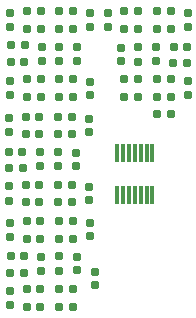
<source format=gbr>
%TF.GenerationSoftware,KiCad,Pcbnew,(7.0.0)*%
%TF.CreationDate,2023-05-27T11:25:38+01:00*%
%TF.ProjectId,FB_Filter_PCB,46425f46-696c-4746-9572-5f5043422e6b,rev?*%
%TF.SameCoordinates,Original*%
%TF.FileFunction,Soldermask,Bot*%
%TF.FilePolarity,Negative*%
%FSLAX46Y46*%
G04 Gerber Fmt 4.6, Leading zero omitted, Abs format (unit mm)*
G04 Created by KiCad (PCBNEW (7.0.0)) date 2023-05-27 11:25:38*
%MOMM*%
%LPD*%
G01*
G04 APERTURE LIST*
G04 Aperture macros list*
%AMRoundRect*
0 Rectangle with rounded corners*
0 $1 Rounding radius*
0 $2 $3 $4 $5 $6 $7 $8 $9 X,Y pos of 4 corners*
0 Add a 4 corners polygon primitive as box body*
4,1,4,$2,$3,$4,$5,$6,$7,$8,$9,$2,$3,0*
0 Add four circle primitives for the rounded corners*
1,1,$1+$1,$2,$3*
1,1,$1+$1,$4,$5*
1,1,$1+$1,$6,$7*
1,1,$1+$1,$8,$9*
0 Add four rect primitives between the rounded corners*
20,1,$1+$1,$2,$3,$4,$5,0*
20,1,$1+$1,$4,$5,$6,$7,0*
20,1,$1+$1,$6,$7,$8,$9,0*
20,1,$1+$1,$8,$9,$2,$3,0*%
G04 Aperture macros list end*
%ADD10RoundRect,0.160000X-0.197500X-0.160000X0.197500X-0.160000X0.197500X0.160000X-0.197500X0.160000X0*%
%ADD11RoundRect,0.160000X-0.160000X0.197500X-0.160000X-0.197500X0.160000X-0.197500X0.160000X0.197500X0*%
%ADD12RoundRect,0.155000X0.212500X0.155000X-0.212500X0.155000X-0.212500X-0.155000X0.212500X-0.155000X0*%
%ADD13RoundRect,0.155000X-0.212500X-0.155000X0.212500X-0.155000X0.212500X0.155000X-0.212500X0.155000X0*%
%ADD14RoundRect,0.160000X0.197500X0.160000X-0.197500X0.160000X-0.197500X-0.160000X0.197500X-0.160000X0*%
%ADD15RoundRect,0.160000X0.160000X-0.197500X0.160000X0.197500X-0.160000X0.197500X-0.160000X-0.197500X0*%
%ADD16RoundRect,0.155000X0.155000X-0.212500X0.155000X0.212500X-0.155000X0.212500X-0.155000X-0.212500X0*%
%ADD17RoundRect,0.155000X-0.155000X0.212500X-0.155000X-0.212500X0.155000X-0.212500X0.155000X0.212500X0*%
%ADD18R,0.300000X1.600000*%
G04 APERTURE END LIST*
D10*
%TO.C,R25*%
X93867500Y-67995000D03*
X95062500Y-67995000D03*
%TD*%
D11*
%TO.C,R39*%
X84215000Y-66647500D03*
X84215000Y-67842500D03*
%TD*%
D12*
%TO.C,C9*%
X86750000Y-84230000D03*
X85615000Y-84230000D03*
%TD*%
%TO.C,C32*%
X97782500Y-73762500D03*
X96647500Y-73762500D03*
%TD*%
D11*
%TO.C,R16*%
X88332500Y-87250000D03*
X88332500Y-88445000D03*
%TD*%
D13*
%TO.C,C11*%
X85615000Y-85730000D03*
X86750000Y-85730000D03*
%TD*%
%TO.C,C26*%
X96647500Y-66495000D03*
X97782500Y-66495000D03*
%TD*%
D10*
%TO.C,R14*%
X84175000Y-88622214D03*
X85370000Y-88622214D03*
%TD*%
D14*
%TO.C,R23*%
X95062500Y-66495000D03*
X93867500Y-66495000D03*
%TD*%
D15*
%TO.C,R13*%
X86832500Y-88447500D03*
X86832500Y-87252500D03*
%TD*%
D10*
%TO.C,R37*%
X88367500Y-67995000D03*
X89562500Y-67995000D03*
%TD*%
D15*
%TO.C,R8*%
X84109000Y-82519026D03*
X84109000Y-81324026D03*
%TD*%
D10*
%TO.C,R15*%
X88335000Y-89997500D03*
X89530000Y-89997500D03*
%TD*%
D12*
%TO.C,C1*%
X86676500Y-75404026D03*
X85541500Y-75404026D03*
%TD*%
D14*
%TO.C,R3*%
X89456500Y-76904026D03*
X88261500Y-76904026D03*
%TD*%
D12*
%TO.C,C34*%
X86782500Y-73762500D03*
X85647500Y-73762500D03*
%TD*%
D10*
%TO.C,R32*%
X88367500Y-73762500D03*
X89562500Y-73762500D03*
%TD*%
D14*
%TO.C,R27*%
X99162500Y-70892500D03*
X97967500Y-70892500D03*
%TD*%
D13*
%TO.C,C40*%
X85647500Y-66495000D03*
X86782500Y-66495000D03*
%TD*%
D10*
%TO.C,R36*%
X84267500Y-69365000D03*
X85462500Y-69365000D03*
%TD*%
D14*
%TO.C,R9*%
X89456500Y-82671526D03*
X88261500Y-82671526D03*
%TD*%
D12*
%TO.C,C13*%
X86750000Y-89997500D03*
X85615000Y-89997500D03*
%TD*%
D14*
%TO.C,R12*%
X89530000Y-85730000D03*
X88335000Y-85730000D03*
%TD*%
D12*
%TO.C,C37*%
X85372500Y-70747500D03*
X84237500Y-70747500D03*
%TD*%
D10*
%TO.C,R5*%
X84101500Y-79785000D03*
X85296500Y-79785000D03*
%TD*%
D11*
%TO.C,R33*%
X84215000Y-72415000D03*
X84215000Y-73610000D03*
%TD*%
D16*
%TO.C,C10*%
X90932500Y-85547500D03*
X90932500Y-84412500D03*
%TD*%
D14*
%TO.C,R34*%
X89562500Y-72262500D03*
X88367500Y-72262500D03*
%TD*%
D15*
%TO.C,R38*%
X88365000Y-70710000D03*
X88365000Y-69515000D03*
%TD*%
D13*
%TO.C,C29*%
X98057500Y-69510000D03*
X99192500Y-69510000D03*
%TD*%
D11*
%TO.C,R35*%
X86865000Y-69517500D03*
X86865000Y-70712500D03*
%TD*%
D14*
%TO.C,R40*%
X89562500Y-66495000D03*
X88367500Y-66495000D03*
%TD*%
D10*
%TO.C,R1*%
X88261500Y-75404026D03*
X89456500Y-75404026D03*
%TD*%
D16*
%TO.C,C2*%
X90859000Y-76721526D03*
X90859000Y-75586526D03*
%TD*%
D17*
%TO.C,C6*%
X90859000Y-81354026D03*
X90859000Y-82489026D03*
%TD*%
D11*
%TO.C,R7*%
X88259000Y-78424026D03*
X88259000Y-79619026D03*
%TD*%
D13*
%TO.C,C3*%
X85541500Y-76904026D03*
X86676500Y-76904026D03*
%TD*%
D18*
%TO.C,J1*%
X93249999Y-82049999D03*
X93749999Y-82049999D03*
X94249999Y-82049999D03*
X94749999Y-82049999D03*
X95249999Y-82049999D03*
X95749999Y-82049999D03*
X96249999Y-82049999D03*
X93249999Y-78449999D03*
X93749999Y-78449999D03*
X94249999Y-78449999D03*
X94749999Y-78449999D03*
X95249999Y-78449999D03*
X95749999Y-78449999D03*
X96249999Y-78449999D03*
%TD*%
D13*
%TO.C,C36*%
X85647500Y-72262500D03*
X86782500Y-72262500D03*
%TD*%
D10*
%TO.C,R10*%
X88335000Y-84230000D03*
X89530000Y-84230000D03*
%TD*%
D13*
%TO.C,C15*%
X85615000Y-91497500D03*
X86750000Y-91497500D03*
%TD*%
D17*
%TO.C,C41*%
X89865000Y-69545000D03*
X89865000Y-70680000D03*
%TD*%
D15*
%TO.C,R2*%
X84109000Y-76751526D03*
X84109000Y-75556526D03*
%TD*%
D13*
%TO.C,C7*%
X85541500Y-82671526D03*
X86676500Y-82671526D03*
%TD*%
D12*
%TO.C,C28*%
X97782500Y-67995000D03*
X96647500Y-67995000D03*
%TD*%
D16*
%TO.C,C27*%
X92465000Y-67812500D03*
X92465000Y-66677500D03*
%TD*%
D14*
%TO.C,R28*%
X95062500Y-72262500D03*
X93867500Y-72262500D03*
%TD*%
D16*
%TO.C,C16*%
X89832500Y-88415000D03*
X89832500Y-87280000D03*
%TD*%
D13*
%TO.C,C31*%
X96665000Y-75200000D03*
X97800000Y-75200000D03*
%TD*%
D16*
%TO.C,C8*%
X89759000Y-79589026D03*
X89759000Y-78454026D03*
%TD*%
D13*
%TO.C,C30*%
X96647500Y-72262500D03*
X97782500Y-72262500D03*
%TD*%
D15*
%TO.C,R17*%
X84182500Y-91345000D03*
X84182500Y-90150000D03*
%TD*%
D17*
%TO.C,C39*%
X90965000Y-66677500D03*
X90965000Y-67812500D03*
%TD*%
D15*
%TO.C,R4*%
X86759000Y-79621526D03*
X86759000Y-78426526D03*
%TD*%
%TO.C,R11*%
X84182500Y-85577500D03*
X84182500Y-84382500D03*
%TD*%
D10*
%TO.C,R6*%
X88261500Y-81171526D03*
X89456500Y-81171526D03*
%TD*%
D12*
%TO.C,C38*%
X86782500Y-67995000D03*
X85647500Y-67995000D03*
%TD*%
%TO.C,C5*%
X86676500Y-81171526D03*
X85541500Y-81171526D03*
%TD*%
D14*
%TO.C,R18*%
X89530000Y-91497500D03*
X88335000Y-91497500D03*
%TD*%
D15*
%TO.C,R26*%
X96565000Y-70740000D03*
X96565000Y-69545000D03*
%TD*%
D12*
%TO.C,C4*%
X85238543Y-78400431D03*
X84103543Y-78400431D03*
%TD*%
D15*
%TO.C,R24*%
X99215000Y-67842500D03*
X99215000Y-66647500D03*
%TD*%
%TO.C,R30*%
X99215000Y-73610000D03*
X99215000Y-72415000D03*
%TD*%
D17*
%TO.C,C35*%
X90965000Y-72445000D03*
X90965000Y-73580000D03*
%TD*%
D11*
%TO.C,R29*%
X95065000Y-69547500D03*
X95065000Y-70742500D03*
%TD*%
D12*
%TO.C,C12*%
X85400000Y-87239714D03*
X84265000Y-87239714D03*
%TD*%
D16*
%TO.C,C14*%
X91400000Y-89667500D03*
X91400000Y-88532500D03*
%TD*%
%TO.C,C33*%
X93565000Y-70712500D03*
X93565000Y-69577500D03*
%TD*%
D10*
%TO.C,R31*%
X93867500Y-73762500D03*
X95062500Y-73762500D03*
%TD*%
M02*

</source>
